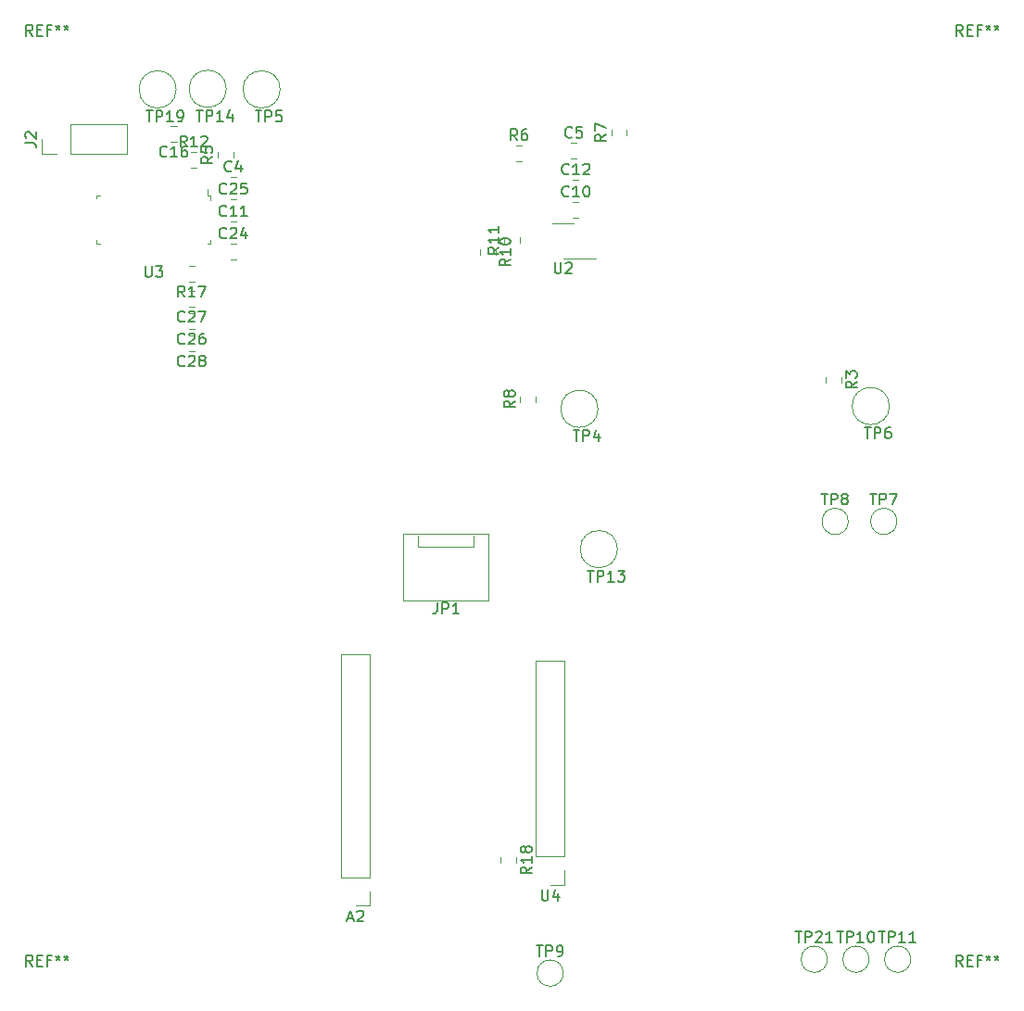
<source format=gbr>
G04 #@! TF.GenerationSoftware,KiCad,Pcbnew,(5.0.1)-3*
G04 #@! TF.CreationDate,2018-11-21T00:41:34-05:00*
G04 #@! TF.ProjectId,SMA_Driver_V1,534D415F4472697665725F56312E6B69,rev?*
G04 #@! TF.SameCoordinates,Original*
G04 #@! TF.FileFunction,Legend,Top*
G04 #@! TF.FilePolarity,Positive*
%FSLAX46Y46*%
G04 Gerber Fmt 4.6, Leading zero omitted, Abs format (unit mm)*
G04 Created by KiCad (PCBNEW (5.0.1)-3) date 11/21/2018 00:41:34*
%MOMM*%
%LPD*%
G01*
G04 APERTURE LIST*
%ADD10C,0.120000*%
%ADD11C,0.100000*%
%ADD12C,0.150000*%
G04 APERTURE END LIST*
D10*
G04 #@! TO.C,TP21*
X75291800Y-84328000D02*
G75*
G03X75291800Y-84328000I-1200000J0D01*
G01*
G04 #@! TO.C,J2*
X3546800Y-10728000D02*
X3546800Y-9398000D01*
X4876800Y-10728000D02*
X3546800Y-10728000D01*
X6146800Y-10728000D02*
X6146800Y-8068000D01*
X6146800Y-8068000D02*
X11286800Y-8068000D01*
X6146800Y-10728000D02*
X11286800Y-10728000D01*
X11286800Y-10728000D02*
X11286800Y-8068000D01*
G04 #@! TO.C,C11*
X20744548Y-18363000D02*
X21267052Y-18363000D01*
X20744548Y-16943000D02*
X21267052Y-16943000D01*
G04 #@! TO.C,C28*
X17457052Y-28777000D02*
X16934548Y-28777000D01*
X17457052Y-27357000D02*
X16934548Y-27357000D01*
G04 #@! TO.C,C4*
X20744548Y-12879000D02*
X21267052Y-12879000D01*
X20744548Y-14299000D02*
X21267052Y-14299000D01*
G04 #@! TO.C,C5*
X51859548Y-11187500D02*
X52382052Y-11187500D01*
X51859548Y-9767500D02*
X52382052Y-9767500D01*
G04 #@! TO.C,C10*
X52037348Y-15165000D02*
X52559852Y-15165000D01*
X52037348Y-16585000D02*
X52559852Y-16585000D01*
G04 #@! TO.C,C12*
X52037348Y-14553000D02*
X52559852Y-14553000D01*
X52037348Y-13133000D02*
X52559852Y-13133000D01*
G04 #@! TO.C,C16*
X15831452Y-8218100D02*
X15308948Y-8218100D01*
X15831452Y-9638100D02*
X15308948Y-9638100D01*
G04 #@! TO.C,C24*
X20744548Y-18975000D02*
X21267052Y-18975000D01*
X20744548Y-20395000D02*
X21267052Y-20395000D01*
G04 #@! TO.C,C25*
X20744548Y-16331000D02*
X21267052Y-16331000D01*
X20744548Y-14911000D02*
X21267052Y-14911000D01*
G04 #@! TO.C,C26*
X17457052Y-25325000D02*
X16934548Y-25325000D01*
X17457052Y-26745000D02*
X16934548Y-26745000D01*
G04 #@! TO.C,C27*
X17457052Y-24713000D02*
X16934548Y-24713000D01*
X17457052Y-23293000D02*
X16934548Y-23293000D01*
G04 #@! TO.C,JP1*
X44326800Y-45495000D02*
X44326800Y-51545000D01*
X44326800Y-51545000D02*
X36526800Y-51545000D01*
X36526800Y-51545000D02*
X36526800Y-45495000D01*
X36526800Y-45495000D02*
X44326800Y-45495000D01*
X42976800Y-45595000D02*
X42976800Y-46605000D01*
X42976800Y-46605000D02*
X37896800Y-46605000D01*
X37896800Y-46605000D02*
X37896800Y-45595000D01*
G04 #@! TO.C,R3*
X75159800Y-31110422D02*
X75159800Y-31627578D01*
X76579800Y-31110422D02*
X76579800Y-31627578D01*
G04 #@! TO.C,R5*
X21004600Y-11104378D02*
X21004600Y-10587222D01*
X19584600Y-11104378D02*
X19584600Y-10587222D01*
G04 #@! TO.C,R6*
X46858422Y-11403400D02*
X47375578Y-11403400D01*
X46858422Y-9983400D02*
X47375578Y-9983400D01*
G04 #@! TO.C,R7*
X56971000Y-9072378D02*
X56971000Y-8555222D01*
X55551000Y-9072378D02*
X55551000Y-8555222D01*
G04 #@! TO.C,R8*
X47219800Y-33405578D02*
X47219800Y-32888422D01*
X48639800Y-33405578D02*
X48639800Y-32888422D01*
G04 #@! TO.C,R10*
X44956800Y-19451822D02*
X44956800Y-19968978D01*
X43536800Y-19451822D02*
X43536800Y-19968978D01*
G04 #@! TO.C,R11*
X45772000Y-18902178D02*
X45772000Y-18385022D01*
X47192000Y-18902178D02*
X47192000Y-18385022D01*
G04 #@! TO.C,R12*
X17140422Y-12013000D02*
X17657578Y-12013000D01*
X17140422Y-10593000D02*
X17657578Y-10593000D01*
G04 #@! TO.C,R17*
X17454378Y-22427000D02*
X16937222Y-22427000D01*
X17454378Y-21007000D02*
X16937222Y-21007000D01*
G04 #@! TO.C,R18*
X46861800Y-75003922D02*
X46861800Y-75521078D01*
X45441800Y-75003922D02*
X45441800Y-75521078D01*
G04 #@! TO.C,TP4*
X54328800Y-34036000D02*
G75*
G03X54328800Y-34036000I-1700000J0D01*
G01*
G04 #@! TO.C,TP5*
X25296600Y-4851400D02*
G75*
G03X25296600Y-4851400I-1700000J0D01*
G01*
G04 #@! TO.C,TP6*
X80948000Y-33782000D02*
G75*
G03X80948000Y-33782000I-1700000J0D01*
G01*
G04 #@! TO.C,TP7*
X81641800Y-44323000D02*
G75*
G03X81641800Y-44323000I-1200000J0D01*
G01*
G04 #@! TO.C,TP8*
X77196800Y-44323000D02*
G75*
G03X77196800Y-44323000I-1200000J0D01*
G01*
G04 #@! TO.C,TP9*
X51161800Y-85598000D02*
G75*
G03X51161800Y-85598000I-1200000J0D01*
G01*
G04 #@! TO.C,TP10*
X79101800Y-84328000D02*
G75*
G03X79101800Y-84328000I-1200000J0D01*
G01*
G04 #@! TO.C,TP11*
X82911800Y-84328000D02*
G75*
G03X82911800Y-84328000I-1200000J0D01*
G01*
G04 #@! TO.C,TP13*
X56106800Y-46863000D02*
G75*
G03X56106800Y-46863000I-1700000J0D01*
G01*
G04 #@! TO.C,TP14*
X20369000Y-4800600D02*
G75*
G03X20369000Y-4800600I-1700000J0D01*
G01*
G04 #@! TO.C,U2*
X50130200Y-17074400D02*
X52130200Y-17074400D01*
X51130200Y-20314400D02*
X54130200Y-20314400D01*
D11*
G04 #@! TO.C,U3*
X8541400Y-18938600D02*
X8541400Y-18638600D01*
X8541400Y-18938600D02*
X8841400Y-18938600D01*
X18941400Y-18938600D02*
X18941400Y-18638600D01*
X8841400Y-14538600D02*
X8541400Y-14538600D01*
X8541400Y-14538600D02*
X8541400Y-14838600D01*
X18941400Y-14938600D02*
X18941400Y-14538600D01*
X18941400Y-14538600D02*
X18641400Y-14538600D01*
X18641400Y-14538600D02*
X18641400Y-13938600D01*
X18641400Y-18938600D02*
X18941400Y-18938600D01*
D10*
G04 #@! TO.C,U4*
X51291800Y-57090000D02*
X48631800Y-57090000D01*
X51291800Y-74930000D02*
X51291800Y-57090000D01*
X48631800Y-74930000D02*
X48631800Y-57090000D01*
X51291800Y-74930000D02*
X48631800Y-74930000D01*
X51291800Y-76200000D02*
X51291800Y-77530000D01*
X51291800Y-77530000D02*
X49961800Y-77530000D01*
G04 #@! TO.C,A2*
X33511800Y-56455000D02*
X30851800Y-56455000D01*
X33511800Y-76835000D02*
X33511800Y-56455000D01*
X30851800Y-76835000D02*
X30851800Y-56455000D01*
X33511800Y-76835000D02*
X30851800Y-76835000D01*
X33511800Y-78105000D02*
X33511800Y-79435000D01*
X33511800Y-79435000D02*
X32181800Y-79435000D01*
G04 #@! TO.C,TP19*
X15797000Y-4851400D02*
G75*
G03X15797000Y-4851400I-1700000J0D01*
G01*
G04 #@! TO.C,REF\002A\002A*
D12*
X87666666Y-84952380D02*
X87333333Y-84476190D01*
X87095238Y-84952380D02*
X87095238Y-83952380D01*
X87476190Y-83952380D01*
X87571428Y-84000000D01*
X87619047Y-84047619D01*
X87666666Y-84142857D01*
X87666666Y-84285714D01*
X87619047Y-84380952D01*
X87571428Y-84428571D01*
X87476190Y-84476190D01*
X87095238Y-84476190D01*
X88095238Y-84428571D02*
X88428571Y-84428571D01*
X88571428Y-84952380D02*
X88095238Y-84952380D01*
X88095238Y-83952380D01*
X88571428Y-83952380D01*
X89333333Y-84428571D02*
X89000000Y-84428571D01*
X89000000Y-84952380D02*
X89000000Y-83952380D01*
X89476190Y-83952380D01*
X90000000Y-83952380D02*
X90000000Y-84190476D01*
X89761904Y-84095238D02*
X90000000Y-84190476D01*
X90238095Y-84095238D01*
X89857142Y-84380952D02*
X90000000Y-84190476D01*
X90142857Y-84380952D01*
X90761904Y-83952380D02*
X90761904Y-84190476D01*
X90523809Y-84095238D02*
X90761904Y-84190476D01*
X91000000Y-84095238D01*
X90619047Y-84380952D02*
X90761904Y-84190476D01*
X90904761Y-84380952D01*
X2666666Y-84952380D02*
X2333333Y-84476190D01*
X2095238Y-84952380D02*
X2095238Y-83952380D01*
X2476190Y-83952380D01*
X2571428Y-84000000D01*
X2619047Y-84047619D01*
X2666666Y-84142857D01*
X2666666Y-84285714D01*
X2619047Y-84380952D01*
X2571428Y-84428571D01*
X2476190Y-84476190D01*
X2095238Y-84476190D01*
X3095238Y-84428571D02*
X3428571Y-84428571D01*
X3571428Y-84952380D02*
X3095238Y-84952380D01*
X3095238Y-83952380D01*
X3571428Y-83952380D01*
X4333333Y-84428571D02*
X3999999Y-84428571D01*
X3999999Y-84952380D02*
X3999999Y-83952380D01*
X4476190Y-83952380D01*
X5000000Y-83952380D02*
X5000000Y-84190476D01*
X4761904Y-84095238D02*
X5000000Y-84190476D01*
X5238095Y-84095238D01*
X4857142Y-84380952D02*
X5000000Y-84190476D01*
X5142857Y-84380952D01*
X5761904Y-83952380D02*
X5761904Y-84190476D01*
X5523809Y-84095238D02*
X5761904Y-84190476D01*
X6000000Y-84095238D01*
X5619047Y-84380952D02*
X5761904Y-84190476D01*
X5904761Y-84380952D01*
X2666666Y47619D02*
X2333333Y523809D01*
X2095238Y47619D02*
X2095238Y1047619D01*
X2476190Y1047619D01*
X2571428Y1000000D01*
X2619047Y952380D01*
X2666666Y857142D01*
X2666666Y714285D01*
X2619047Y619047D01*
X2571428Y571428D01*
X2476190Y523809D01*
X2095238Y523809D01*
X3095238Y571428D02*
X3428571Y571428D01*
X3571428Y47619D02*
X3095238Y47619D01*
X3095238Y1047619D01*
X3571428Y1047619D01*
X4333333Y571428D02*
X3999999Y571428D01*
X3999999Y47619D02*
X3999999Y1047619D01*
X4476190Y1047619D01*
X5000000Y1047619D02*
X5000000Y809523D01*
X4761904Y904761D02*
X5000000Y809523D01*
X5238095Y904761D01*
X4857142Y619047D02*
X5000000Y809523D01*
X5142857Y619047D01*
X5761904Y1047619D02*
X5761904Y809523D01*
X5523809Y904761D02*
X5761904Y809523D01*
X6000000Y904761D01*
X5619047Y619047D02*
X5761904Y809523D01*
X5904761Y619047D01*
G04 #@! TO.C,TP21*
X72353704Y-81782380D02*
X72925133Y-81782380D01*
X72639419Y-82782380D02*
X72639419Y-81782380D01*
X73258466Y-82782380D02*
X73258466Y-81782380D01*
X73639419Y-81782380D01*
X73734657Y-81830000D01*
X73782276Y-81877619D01*
X73829895Y-81972857D01*
X73829895Y-82115714D01*
X73782276Y-82210952D01*
X73734657Y-82258571D01*
X73639419Y-82306190D01*
X73258466Y-82306190D01*
X74210847Y-81877619D02*
X74258466Y-81830000D01*
X74353704Y-81782380D01*
X74591800Y-81782380D01*
X74687038Y-81830000D01*
X74734657Y-81877619D01*
X74782276Y-81972857D01*
X74782276Y-82068095D01*
X74734657Y-82210952D01*
X74163228Y-82782380D01*
X74782276Y-82782380D01*
X75734657Y-82782380D02*
X75163228Y-82782380D01*
X75448942Y-82782380D02*
X75448942Y-81782380D01*
X75353704Y-81925238D01*
X75258466Y-82020476D01*
X75163228Y-82068095D01*
G04 #@! TO.C,J2*
X1999180Y-9731333D02*
X2713466Y-9731333D01*
X2856323Y-9778952D01*
X2951561Y-9874190D01*
X2999180Y-10017047D01*
X2999180Y-10112285D01*
X2094419Y-9302761D02*
X2046800Y-9255142D01*
X1999180Y-9159904D01*
X1999180Y-8921809D01*
X2046800Y-8826571D01*
X2094419Y-8778952D01*
X2189657Y-8731333D01*
X2284895Y-8731333D01*
X2427752Y-8778952D01*
X2999180Y-9350380D01*
X2999180Y-8731333D01*
G04 #@! TO.C,C11*
X20362942Y-16360142D02*
X20315323Y-16407761D01*
X20172466Y-16455380D01*
X20077228Y-16455380D01*
X19934371Y-16407761D01*
X19839133Y-16312523D01*
X19791514Y-16217285D01*
X19743895Y-16026809D01*
X19743895Y-15883952D01*
X19791514Y-15693476D01*
X19839133Y-15598238D01*
X19934371Y-15503000D01*
X20077228Y-15455380D01*
X20172466Y-15455380D01*
X20315323Y-15503000D01*
X20362942Y-15550619D01*
X21315323Y-16455380D02*
X20743895Y-16455380D01*
X21029609Y-16455380D02*
X21029609Y-15455380D01*
X20934371Y-15598238D01*
X20839133Y-15693476D01*
X20743895Y-15741095D01*
X22267704Y-16455380D02*
X21696276Y-16455380D01*
X21981990Y-16455380D02*
X21981990Y-15455380D01*
X21886752Y-15598238D01*
X21791514Y-15693476D01*
X21696276Y-15741095D01*
G04 #@! TO.C,C28*
X16552942Y-30074142D02*
X16505323Y-30121761D01*
X16362466Y-30169380D01*
X16267228Y-30169380D01*
X16124371Y-30121761D01*
X16029133Y-30026523D01*
X15981514Y-29931285D01*
X15933895Y-29740809D01*
X15933895Y-29597952D01*
X15981514Y-29407476D01*
X16029133Y-29312238D01*
X16124371Y-29217000D01*
X16267228Y-29169380D01*
X16362466Y-29169380D01*
X16505323Y-29217000D01*
X16552942Y-29264619D01*
X16933895Y-29264619D02*
X16981514Y-29217000D01*
X17076752Y-29169380D01*
X17314847Y-29169380D01*
X17410085Y-29217000D01*
X17457704Y-29264619D01*
X17505323Y-29359857D01*
X17505323Y-29455095D01*
X17457704Y-29597952D01*
X16886276Y-30169380D01*
X17505323Y-30169380D01*
X18076752Y-29597952D02*
X17981514Y-29550333D01*
X17933895Y-29502714D01*
X17886276Y-29407476D01*
X17886276Y-29359857D01*
X17933895Y-29264619D01*
X17981514Y-29217000D01*
X18076752Y-29169380D01*
X18267228Y-29169380D01*
X18362466Y-29217000D01*
X18410085Y-29264619D01*
X18457704Y-29359857D01*
X18457704Y-29407476D01*
X18410085Y-29502714D01*
X18362466Y-29550333D01*
X18267228Y-29597952D01*
X18076752Y-29597952D01*
X17981514Y-29645571D01*
X17933895Y-29693190D01*
X17886276Y-29788428D01*
X17886276Y-29978904D01*
X17933895Y-30074142D01*
X17981514Y-30121761D01*
X18076752Y-30169380D01*
X18267228Y-30169380D01*
X18362466Y-30121761D01*
X18410085Y-30074142D01*
X18457704Y-29978904D01*
X18457704Y-29788428D01*
X18410085Y-29693190D01*
X18362466Y-29645571D01*
X18267228Y-29597952D01*
G04 #@! TO.C,C4*
X20839133Y-12296142D02*
X20791514Y-12343761D01*
X20648657Y-12391380D01*
X20553419Y-12391380D01*
X20410561Y-12343761D01*
X20315323Y-12248523D01*
X20267704Y-12153285D01*
X20220085Y-11962809D01*
X20220085Y-11819952D01*
X20267704Y-11629476D01*
X20315323Y-11534238D01*
X20410561Y-11439000D01*
X20553419Y-11391380D01*
X20648657Y-11391380D01*
X20791514Y-11439000D01*
X20839133Y-11486619D01*
X21696276Y-11724714D02*
X21696276Y-12391380D01*
X21458180Y-11343761D02*
X21220085Y-12058047D01*
X21839133Y-12058047D01*
G04 #@! TO.C,C5*
X51954133Y-9184642D02*
X51906514Y-9232261D01*
X51763657Y-9279880D01*
X51668419Y-9279880D01*
X51525561Y-9232261D01*
X51430323Y-9137023D01*
X51382704Y-9041785D01*
X51335085Y-8851309D01*
X51335085Y-8708452D01*
X51382704Y-8517976D01*
X51430323Y-8422738D01*
X51525561Y-8327500D01*
X51668419Y-8279880D01*
X51763657Y-8279880D01*
X51906514Y-8327500D01*
X51954133Y-8375119D01*
X52858895Y-8279880D02*
X52382704Y-8279880D01*
X52335085Y-8756071D01*
X52382704Y-8708452D01*
X52477942Y-8660833D01*
X52716038Y-8660833D01*
X52811276Y-8708452D01*
X52858895Y-8756071D01*
X52906514Y-8851309D01*
X52906514Y-9089404D01*
X52858895Y-9184642D01*
X52811276Y-9232261D01*
X52716038Y-9279880D01*
X52477942Y-9279880D01*
X52382704Y-9232261D01*
X52335085Y-9184642D01*
G04 #@! TO.C,C10*
X51655742Y-14582142D02*
X51608123Y-14629761D01*
X51465266Y-14677380D01*
X51370028Y-14677380D01*
X51227171Y-14629761D01*
X51131933Y-14534523D01*
X51084314Y-14439285D01*
X51036695Y-14248809D01*
X51036695Y-14105952D01*
X51084314Y-13915476D01*
X51131933Y-13820238D01*
X51227171Y-13725000D01*
X51370028Y-13677380D01*
X51465266Y-13677380D01*
X51608123Y-13725000D01*
X51655742Y-13772619D01*
X52608123Y-14677380D02*
X52036695Y-14677380D01*
X52322409Y-14677380D02*
X52322409Y-13677380D01*
X52227171Y-13820238D01*
X52131933Y-13915476D01*
X52036695Y-13963095D01*
X53227171Y-13677380D02*
X53322409Y-13677380D01*
X53417647Y-13725000D01*
X53465266Y-13772619D01*
X53512885Y-13867857D01*
X53560504Y-14058333D01*
X53560504Y-14296428D01*
X53512885Y-14486904D01*
X53465266Y-14582142D01*
X53417647Y-14629761D01*
X53322409Y-14677380D01*
X53227171Y-14677380D01*
X53131933Y-14629761D01*
X53084314Y-14582142D01*
X53036695Y-14486904D01*
X52989076Y-14296428D01*
X52989076Y-14058333D01*
X53036695Y-13867857D01*
X53084314Y-13772619D01*
X53131933Y-13725000D01*
X53227171Y-13677380D01*
G04 #@! TO.C,C12*
X51655742Y-12550142D02*
X51608123Y-12597761D01*
X51465266Y-12645380D01*
X51370028Y-12645380D01*
X51227171Y-12597761D01*
X51131933Y-12502523D01*
X51084314Y-12407285D01*
X51036695Y-12216809D01*
X51036695Y-12073952D01*
X51084314Y-11883476D01*
X51131933Y-11788238D01*
X51227171Y-11693000D01*
X51370028Y-11645380D01*
X51465266Y-11645380D01*
X51608123Y-11693000D01*
X51655742Y-11740619D01*
X52608123Y-12645380D02*
X52036695Y-12645380D01*
X52322409Y-12645380D02*
X52322409Y-11645380D01*
X52227171Y-11788238D01*
X52131933Y-11883476D01*
X52036695Y-11931095D01*
X52989076Y-11740619D02*
X53036695Y-11693000D01*
X53131933Y-11645380D01*
X53370028Y-11645380D01*
X53465266Y-11693000D01*
X53512885Y-11740619D01*
X53560504Y-11835857D01*
X53560504Y-11931095D01*
X53512885Y-12073952D01*
X52941457Y-12645380D01*
X53560504Y-12645380D01*
G04 #@! TO.C,C16*
X14927342Y-10935242D02*
X14879723Y-10982861D01*
X14736866Y-11030480D01*
X14641628Y-11030480D01*
X14498771Y-10982861D01*
X14403533Y-10887623D01*
X14355914Y-10792385D01*
X14308295Y-10601909D01*
X14308295Y-10459052D01*
X14355914Y-10268576D01*
X14403533Y-10173338D01*
X14498771Y-10078100D01*
X14641628Y-10030480D01*
X14736866Y-10030480D01*
X14879723Y-10078100D01*
X14927342Y-10125719D01*
X15879723Y-11030480D02*
X15308295Y-11030480D01*
X15594009Y-11030480D02*
X15594009Y-10030480D01*
X15498771Y-10173338D01*
X15403533Y-10268576D01*
X15308295Y-10316195D01*
X16736866Y-10030480D02*
X16546390Y-10030480D01*
X16451152Y-10078100D01*
X16403533Y-10125719D01*
X16308295Y-10268576D01*
X16260676Y-10459052D01*
X16260676Y-10840004D01*
X16308295Y-10935242D01*
X16355914Y-10982861D01*
X16451152Y-11030480D01*
X16641628Y-11030480D01*
X16736866Y-10982861D01*
X16784485Y-10935242D01*
X16832104Y-10840004D01*
X16832104Y-10601909D01*
X16784485Y-10506671D01*
X16736866Y-10459052D01*
X16641628Y-10411433D01*
X16451152Y-10411433D01*
X16355914Y-10459052D01*
X16308295Y-10506671D01*
X16260676Y-10601909D01*
G04 #@! TO.C,C24*
X20362942Y-18392142D02*
X20315323Y-18439761D01*
X20172466Y-18487380D01*
X20077228Y-18487380D01*
X19934371Y-18439761D01*
X19839133Y-18344523D01*
X19791514Y-18249285D01*
X19743895Y-18058809D01*
X19743895Y-17915952D01*
X19791514Y-17725476D01*
X19839133Y-17630238D01*
X19934371Y-17535000D01*
X20077228Y-17487380D01*
X20172466Y-17487380D01*
X20315323Y-17535000D01*
X20362942Y-17582619D01*
X20743895Y-17582619D02*
X20791514Y-17535000D01*
X20886752Y-17487380D01*
X21124847Y-17487380D01*
X21220085Y-17535000D01*
X21267704Y-17582619D01*
X21315323Y-17677857D01*
X21315323Y-17773095D01*
X21267704Y-17915952D01*
X20696276Y-18487380D01*
X21315323Y-18487380D01*
X22172466Y-17820714D02*
X22172466Y-18487380D01*
X21934371Y-17439761D02*
X21696276Y-18154047D01*
X22315323Y-18154047D01*
G04 #@! TO.C,C25*
X20362942Y-14328142D02*
X20315323Y-14375761D01*
X20172466Y-14423380D01*
X20077228Y-14423380D01*
X19934371Y-14375761D01*
X19839133Y-14280523D01*
X19791514Y-14185285D01*
X19743895Y-13994809D01*
X19743895Y-13851952D01*
X19791514Y-13661476D01*
X19839133Y-13566238D01*
X19934371Y-13471000D01*
X20077228Y-13423380D01*
X20172466Y-13423380D01*
X20315323Y-13471000D01*
X20362942Y-13518619D01*
X20743895Y-13518619D02*
X20791514Y-13471000D01*
X20886752Y-13423380D01*
X21124847Y-13423380D01*
X21220085Y-13471000D01*
X21267704Y-13518619D01*
X21315323Y-13613857D01*
X21315323Y-13709095D01*
X21267704Y-13851952D01*
X20696276Y-14423380D01*
X21315323Y-14423380D01*
X22220085Y-13423380D02*
X21743895Y-13423380D01*
X21696276Y-13899571D01*
X21743895Y-13851952D01*
X21839133Y-13804333D01*
X22077228Y-13804333D01*
X22172466Y-13851952D01*
X22220085Y-13899571D01*
X22267704Y-13994809D01*
X22267704Y-14232904D01*
X22220085Y-14328142D01*
X22172466Y-14375761D01*
X22077228Y-14423380D01*
X21839133Y-14423380D01*
X21743895Y-14375761D01*
X21696276Y-14328142D01*
G04 #@! TO.C,C26*
X16552942Y-28042142D02*
X16505323Y-28089761D01*
X16362466Y-28137380D01*
X16267228Y-28137380D01*
X16124371Y-28089761D01*
X16029133Y-27994523D01*
X15981514Y-27899285D01*
X15933895Y-27708809D01*
X15933895Y-27565952D01*
X15981514Y-27375476D01*
X16029133Y-27280238D01*
X16124371Y-27185000D01*
X16267228Y-27137380D01*
X16362466Y-27137380D01*
X16505323Y-27185000D01*
X16552942Y-27232619D01*
X16933895Y-27232619D02*
X16981514Y-27185000D01*
X17076752Y-27137380D01*
X17314847Y-27137380D01*
X17410085Y-27185000D01*
X17457704Y-27232619D01*
X17505323Y-27327857D01*
X17505323Y-27423095D01*
X17457704Y-27565952D01*
X16886276Y-28137380D01*
X17505323Y-28137380D01*
X18362466Y-27137380D02*
X18171990Y-27137380D01*
X18076752Y-27185000D01*
X18029133Y-27232619D01*
X17933895Y-27375476D01*
X17886276Y-27565952D01*
X17886276Y-27946904D01*
X17933895Y-28042142D01*
X17981514Y-28089761D01*
X18076752Y-28137380D01*
X18267228Y-28137380D01*
X18362466Y-28089761D01*
X18410085Y-28042142D01*
X18457704Y-27946904D01*
X18457704Y-27708809D01*
X18410085Y-27613571D01*
X18362466Y-27565952D01*
X18267228Y-27518333D01*
X18076752Y-27518333D01*
X17981514Y-27565952D01*
X17933895Y-27613571D01*
X17886276Y-27708809D01*
G04 #@! TO.C,C27*
X16552942Y-26010142D02*
X16505323Y-26057761D01*
X16362466Y-26105380D01*
X16267228Y-26105380D01*
X16124371Y-26057761D01*
X16029133Y-25962523D01*
X15981514Y-25867285D01*
X15933895Y-25676809D01*
X15933895Y-25533952D01*
X15981514Y-25343476D01*
X16029133Y-25248238D01*
X16124371Y-25153000D01*
X16267228Y-25105380D01*
X16362466Y-25105380D01*
X16505323Y-25153000D01*
X16552942Y-25200619D01*
X16933895Y-25200619D02*
X16981514Y-25153000D01*
X17076752Y-25105380D01*
X17314847Y-25105380D01*
X17410085Y-25153000D01*
X17457704Y-25200619D01*
X17505323Y-25295857D01*
X17505323Y-25391095D01*
X17457704Y-25533952D01*
X16886276Y-26105380D01*
X17505323Y-26105380D01*
X17838657Y-25105380D02*
X18505323Y-25105380D01*
X18076752Y-26105380D01*
G04 #@! TO.C,JP1*
X39643466Y-51747380D02*
X39643466Y-52461666D01*
X39595847Y-52604523D01*
X39500609Y-52699761D01*
X39357752Y-52747380D01*
X39262514Y-52747380D01*
X40119657Y-52747380D02*
X40119657Y-51747380D01*
X40500609Y-51747380D01*
X40595847Y-51795000D01*
X40643466Y-51842619D01*
X40691085Y-51937857D01*
X40691085Y-52080714D01*
X40643466Y-52175952D01*
X40595847Y-52223571D01*
X40500609Y-52271190D01*
X40119657Y-52271190D01*
X41643466Y-52747380D02*
X41072038Y-52747380D01*
X41357752Y-52747380D02*
X41357752Y-51747380D01*
X41262514Y-51890238D01*
X41167276Y-51985476D01*
X41072038Y-52033095D01*
G04 #@! TO.C,R3*
X77972180Y-31535666D02*
X77495990Y-31869000D01*
X77972180Y-32107095D02*
X76972180Y-32107095D01*
X76972180Y-31726142D01*
X77019800Y-31630904D01*
X77067419Y-31583285D01*
X77162657Y-31535666D01*
X77305514Y-31535666D01*
X77400752Y-31583285D01*
X77448371Y-31630904D01*
X77495990Y-31726142D01*
X77495990Y-32107095D01*
X76972180Y-31202333D02*
X76972180Y-30583285D01*
X77353133Y-30916619D01*
X77353133Y-30773761D01*
X77400752Y-30678523D01*
X77448371Y-30630904D01*
X77543609Y-30583285D01*
X77781704Y-30583285D01*
X77876942Y-30630904D01*
X77924561Y-30678523D01*
X77972180Y-30773761D01*
X77972180Y-31059476D01*
X77924561Y-31154714D01*
X77876942Y-31202333D01*
G04 #@! TO.C,R5*
X19096980Y-11012466D02*
X18620790Y-11345800D01*
X19096980Y-11583895D02*
X18096980Y-11583895D01*
X18096980Y-11202942D01*
X18144600Y-11107704D01*
X18192219Y-11060085D01*
X18287457Y-11012466D01*
X18430314Y-11012466D01*
X18525552Y-11060085D01*
X18573171Y-11107704D01*
X18620790Y-11202942D01*
X18620790Y-11583895D01*
X18096980Y-10107704D02*
X18096980Y-10583895D01*
X18573171Y-10631514D01*
X18525552Y-10583895D01*
X18477933Y-10488657D01*
X18477933Y-10250561D01*
X18525552Y-10155323D01*
X18573171Y-10107704D01*
X18668409Y-10060085D01*
X18906504Y-10060085D01*
X19001742Y-10107704D01*
X19049361Y-10155323D01*
X19096980Y-10250561D01*
X19096980Y-10488657D01*
X19049361Y-10583895D01*
X19001742Y-10631514D01*
G04 #@! TO.C,R6*
X46950333Y-9495780D02*
X46617000Y-9019590D01*
X46378904Y-9495780D02*
X46378904Y-8495780D01*
X46759857Y-8495780D01*
X46855095Y-8543400D01*
X46902714Y-8591019D01*
X46950333Y-8686257D01*
X46950333Y-8829114D01*
X46902714Y-8924352D01*
X46855095Y-8971971D01*
X46759857Y-9019590D01*
X46378904Y-9019590D01*
X47807476Y-8495780D02*
X47617000Y-8495780D01*
X47521761Y-8543400D01*
X47474142Y-8591019D01*
X47378904Y-8733876D01*
X47331285Y-8924352D01*
X47331285Y-9305304D01*
X47378904Y-9400542D01*
X47426523Y-9448161D01*
X47521761Y-9495780D01*
X47712238Y-9495780D01*
X47807476Y-9448161D01*
X47855095Y-9400542D01*
X47902714Y-9305304D01*
X47902714Y-9067209D01*
X47855095Y-8971971D01*
X47807476Y-8924352D01*
X47712238Y-8876733D01*
X47521761Y-8876733D01*
X47426523Y-8924352D01*
X47378904Y-8971971D01*
X47331285Y-9067209D01*
G04 #@! TO.C,R7*
X55063380Y-8980466D02*
X54587190Y-9313800D01*
X55063380Y-9551895D02*
X54063380Y-9551895D01*
X54063380Y-9170942D01*
X54111000Y-9075704D01*
X54158619Y-9028085D01*
X54253857Y-8980466D01*
X54396714Y-8980466D01*
X54491952Y-9028085D01*
X54539571Y-9075704D01*
X54587190Y-9170942D01*
X54587190Y-9551895D01*
X54063380Y-8647133D02*
X54063380Y-7980466D01*
X55063380Y-8409038D01*
G04 #@! TO.C,R8*
X46732180Y-33313666D02*
X46255990Y-33647000D01*
X46732180Y-33885095D02*
X45732180Y-33885095D01*
X45732180Y-33504142D01*
X45779800Y-33408904D01*
X45827419Y-33361285D01*
X45922657Y-33313666D01*
X46065514Y-33313666D01*
X46160752Y-33361285D01*
X46208371Y-33408904D01*
X46255990Y-33504142D01*
X46255990Y-33885095D01*
X46160752Y-32742238D02*
X46113133Y-32837476D01*
X46065514Y-32885095D01*
X45970276Y-32932714D01*
X45922657Y-32932714D01*
X45827419Y-32885095D01*
X45779800Y-32837476D01*
X45732180Y-32742238D01*
X45732180Y-32551761D01*
X45779800Y-32456523D01*
X45827419Y-32408904D01*
X45922657Y-32361285D01*
X45970276Y-32361285D01*
X46065514Y-32408904D01*
X46113133Y-32456523D01*
X46160752Y-32551761D01*
X46160752Y-32742238D01*
X46208371Y-32837476D01*
X46255990Y-32885095D01*
X46351228Y-32932714D01*
X46541704Y-32932714D01*
X46636942Y-32885095D01*
X46684561Y-32837476D01*
X46732180Y-32742238D01*
X46732180Y-32551761D01*
X46684561Y-32456523D01*
X46636942Y-32408904D01*
X46541704Y-32361285D01*
X46351228Y-32361285D01*
X46255990Y-32408904D01*
X46208371Y-32456523D01*
X46160752Y-32551761D01*
G04 #@! TO.C,R10*
X46349180Y-20353257D02*
X45872990Y-20686590D01*
X46349180Y-20924685D02*
X45349180Y-20924685D01*
X45349180Y-20543733D01*
X45396800Y-20448495D01*
X45444419Y-20400876D01*
X45539657Y-20353257D01*
X45682514Y-20353257D01*
X45777752Y-20400876D01*
X45825371Y-20448495D01*
X45872990Y-20543733D01*
X45872990Y-20924685D01*
X46349180Y-19400876D02*
X46349180Y-19972304D01*
X46349180Y-19686590D02*
X45349180Y-19686590D01*
X45492038Y-19781828D01*
X45587276Y-19877066D01*
X45634895Y-19972304D01*
X45349180Y-18781828D02*
X45349180Y-18686590D01*
X45396800Y-18591352D01*
X45444419Y-18543733D01*
X45539657Y-18496114D01*
X45730133Y-18448495D01*
X45968228Y-18448495D01*
X46158704Y-18496114D01*
X46253942Y-18543733D01*
X46301561Y-18591352D01*
X46349180Y-18686590D01*
X46349180Y-18781828D01*
X46301561Y-18877066D01*
X46253942Y-18924685D01*
X46158704Y-18972304D01*
X45968228Y-19019923D01*
X45730133Y-19019923D01*
X45539657Y-18972304D01*
X45444419Y-18924685D01*
X45396800Y-18877066D01*
X45349180Y-18781828D01*
G04 #@! TO.C,R11*
X45284380Y-19286457D02*
X44808190Y-19619790D01*
X45284380Y-19857885D02*
X44284380Y-19857885D01*
X44284380Y-19476933D01*
X44332000Y-19381695D01*
X44379619Y-19334076D01*
X44474857Y-19286457D01*
X44617714Y-19286457D01*
X44712952Y-19334076D01*
X44760571Y-19381695D01*
X44808190Y-19476933D01*
X44808190Y-19857885D01*
X45284380Y-18334076D02*
X45284380Y-18905504D01*
X45284380Y-18619790D02*
X44284380Y-18619790D01*
X44427238Y-18715028D01*
X44522476Y-18810266D01*
X44570095Y-18905504D01*
X45284380Y-17381695D02*
X45284380Y-17953123D01*
X45284380Y-17667409D02*
X44284380Y-17667409D01*
X44427238Y-17762647D01*
X44522476Y-17857885D01*
X44570095Y-17953123D01*
G04 #@! TO.C,R12*
X16756142Y-10105380D02*
X16422809Y-9629190D01*
X16184714Y-10105380D02*
X16184714Y-9105380D01*
X16565666Y-9105380D01*
X16660904Y-9153000D01*
X16708523Y-9200619D01*
X16756142Y-9295857D01*
X16756142Y-9438714D01*
X16708523Y-9533952D01*
X16660904Y-9581571D01*
X16565666Y-9629190D01*
X16184714Y-9629190D01*
X17708523Y-10105380D02*
X17137095Y-10105380D01*
X17422809Y-10105380D02*
X17422809Y-9105380D01*
X17327571Y-9248238D01*
X17232333Y-9343476D01*
X17137095Y-9391095D01*
X18089476Y-9200619D02*
X18137095Y-9153000D01*
X18232333Y-9105380D01*
X18470428Y-9105380D01*
X18565666Y-9153000D01*
X18613285Y-9200619D01*
X18660904Y-9295857D01*
X18660904Y-9391095D01*
X18613285Y-9533952D01*
X18041857Y-10105380D01*
X18660904Y-10105380D01*
G04 #@! TO.C,R17*
X16552942Y-23819380D02*
X16219609Y-23343190D01*
X15981514Y-23819380D02*
X15981514Y-22819380D01*
X16362466Y-22819380D01*
X16457704Y-22867000D01*
X16505323Y-22914619D01*
X16552942Y-23009857D01*
X16552942Y-23152714D01*
X16505323Y-23247952D01*
X16457704Y-23295571D01*
X16362466Y-23343190D01*
X15981514Y-23343190D01*
X17505323Y-23819380D02*
X16933895Y-23819380D01*
X17219609Y-23819380D02*
X17219609Y-22819380D01*
X17124371Y-22962238D01*
X17029133Y-23057476D01*
X16933895Y-23105095D01*
X17838657Y-22819380D02*
X18505323Y-22819380D01*
X18076752Y-23819380D01*
G04 #@! TO.C,R18*
X48254180Y-75905357D02*
X47777990Y-76238690D01*
X48254180Y-76476785D02*
X47254180Y-76476785D01*
X47254180Y-76095833D01*
X47301800Y-76000595D01*
X47349419Y-75952976D01*
X47444657Y-75905357D01*
X47587514Y-75905357D01*
X47682752Y-75952976D01*
X47730371Y-76000595D01*
X47777990Y-76095833D01*
X47777990Y-76476785D01*
X48254180Y-74952976D02*
X48254180Y-75524404D01*
X48254180Y-75238690D02*
X47254180Y-75238690D01*
X47397038Y-75333928D01*
X47492276Y-75429166D01*
X47539895Y-75524404D01*
X47682752Y-74381547D02*
X47635133Y-74476785D01*
X47587514Y-74524404D01*
X47492276Y-74572023D01*
X47444657Y-74572023D01*
X47349419Y-74524404D01*
X47301800Y-74476785D01*
X47254180Y-74381547D01*
X47254180Y-74191071D01*
X47301800Y-74095833D01*
X47349419Y-74048214D01*
X47444657Y-74000595D01*
X47492276Y-74000595D01*
X47587514Y-74048214D01*
X47635133Y-74095833D01*
X47682752Y-74191071D01*
X47682752Y-74381547D01*
X47730371Y-74476785D01*
X47777990Y-74524404D01*
X47873228Y-74572023D01*
X48063704Y-74572023D01*
X48158942Y-74524404D01*
X48206561Y-74476785D01*
X48254180Y-74381547D01*
X48254180Y-74191071D01*
X48206561Y-74095833D01*
X48158942Y-74048214D01*
X48063704Y-74000595D01*
X47873228Y-74000595D01*
X47777990Y-74048214D01*
X47730371Y-74095833D01*
X47682752Y-74191071D01*
G04 #@! TO.C,TP4*
X52066895Y-35988380D02*
X52638323Y-35988380D01*
X52352609Y-36988380D02*
X52352609Y-35988380D01*
X52971657Y-36988380D02*
X52971657Y-35988380D01*
X53352609Y-35988380D01*
X53447847Y-36036000D01*
X53495466Y-36083619D01*
X53543085Y-36178857D01*
X53543085Y-36321714D01*
X53495466Y-36416952D01*
X53447847Y-36464571D01*
X53352609Y-36512190D01*
X52971657Y-36512190D01*
X54400228Y-36321714D02*
X54400228Y-36988380D01*
X54162133Y-35940761D02*
X53924038Y-36655047D01*
X54543085Y-36655047D01*
G04 #@! TO.C,TP5*
X23034695Y-6803780D02*
X23606123Y-6803780D01*
X23320409Y-7803780D02*
X23320409Y-6803780D01*
X23939457Y-7803780D02*
X23939457Y-6803780D01*
X24320409Y-6803780D01*
X24415647Y-6851400D01*
X24463266Y-6899019D01*
X24510885Y-6994257D01*
X24510885Y-7137114D01*
X24463266Y-7232352D01*
X24415647Y-7279971D01*
X24320409Y-7327590D01*
X23939457Y-7327590D01*
X25415647Y-6803780D02*
X24939457Y-6803780D01*
X24891838Y-7279971D01*
X24939457Y-7232352D01*
X25034695Y-7184733D01*
X25272790Y-7184733D01*
X25368028Y-7232352D01*
X25415647Y-7279971D01*
X25463266Y-7375209D01*
X25463266Y-7613304D01*
X25415647Y-7708542D01*
X25368028Y-7756161D01*
X25272790Y-7803780D01*
X25034695Y-7803780D01*
X24939457Y-7756161D01*
X24891838Y-7708542D01*
G04 #@! TO.C,TP6*
X78686095Y-35734380D02*
X79257523Y-35734380D01*
X78971809Y-36734380D02*
X78971809Y-35734380D01*
X79590857Y-36734380D02*
X79590857Y-35734380D01*
X79971809Y-35734380D01*
X80067047Y-35782000D01*
X80114666Y-35829619D01*
X80162285Y-35924857D01*
X80162285Y-36067714D01*
X80114666Y-36162952D01*
X80067047Y-36210571D01*
X79971809Y-36258190D01*
X79590857Y-36258190D01*
X81019428Y-35734380D02*
X80828952Y-35734380D01*
X80733714Y-35782000D01*
X80686095Y-35829619D01*
X80590857Y-35972476D01*
X80543238Y-36162952D01*
X80543238Y-36543904D01*
X80590857Y-36639142D01*
X80638476Y-36686761D01*
X80733714Y-36734380D01*
X80924190Y-36734380D01*
X81019428Y-36686761D01*
X81067047Y-36639142D01*
X81114666Y-36543904D01*
X81114666Y-36305809D01*
X81067047Y-36210571D01*
X81019428Y-36162952D01*
X80924190Y-36115333D01*
X80733714Y-36115333D01*
X80638476Y-36162952D01*
X80590857Y-36210571D01*
X80543238Y-36305809D01*
G04 #@! TO.C,TP7*
X79179895Y-41777380D02*
X79751323Y-41777380D01*
X79465609Y-42777380D02*
X79465609Y-41777380D01*
X80084657Y-42777380D02*
X80084657Y-41777380D01*
X80465609Y-41777380D01*
X80560847Y-41825000D01*
X80608466Y-41872619D01*
X80656085Y-41967857D01*
X80656085Y-42110714D01*
X80608466Y-42205952D01*
X80560847Y-42253571D01*
X80465609Y-42301190D01*
X80084657Y-42301190D01*
X80989419Y-41777380D02*
X81656085Y-41777380D01*
X81227514Y-42777380D01*
G04 #@! TO.C,TP8*
X74734895Y-41777380D02*
X75306323Y-41777380D01*
X75020609Y-42777380D02*
X75020609Y-41777380D01*
X75639657Y-42777380D02*
X75639657Y-41777380D01*
X76020609Y-41777380D01*
X76115847Y-41825000D01*
X76163466Y-41872619D01*
X76211085Y-41967857D01*
X76211085Y-42110714D01*
X76163466Y-42205952D01*
X76115847Y-42253571D01*
X76020609Y-42301190D01*
X75639657Y-42301190D01*
X76782514Y-42205952D02*
X76687276Y-42158333D01*
X76639657Y-42110714D01*
X76592038Y-42015476D01*
X76592038Y-41967857D01*
X76639657Y-41872619D01*
X76687276Y-41825000D01*
X76782514Y-41777380D01*
X76972990Y-41777380D01*
X77068228Y-41825000D01*
X77115847Y-41872619D01*
X77163466Y-41967857D01*
X77163466Y-42015476D01*
X77115847Y-42110714D01*
X77068228Y-42158333D01*
X76972990Y-42205952D01*
X76782514Y-42205952D01*
X76687276Y-42253571D01*
X76639657Y-42301190D01*
X76592038Y-42396428D01*
X76592038Y-42586904D01*
X76639657Y-42682142D01*
X76687276Y-42729761D01*
X76782514Y-42777380D01*
X76972990Y-42777380D01*
X77068228Y-42729761D01*
X77115847Y-42682142D01*
X77163466Y-42586904D01*
X77163466Y-42396428D01*
X77115847Y-42301190D01*
X77068228Y-42253571D01*
X76972990Y-42205952D01*
G04 #@! TO.C,TP9*
X48699895Y-83052380D02*
X49271323Y-83052380D01*
X48985609Y-84052380D02*
X48985609Y-83052380D01*
X49604657Y-84052380D02*
X49604657Y-83052380D01*
X49985609Y-83052380D01*
X50080847Y-83100000D01*
X50128466Y-83147619D01*
X50176085Y-83242857D01*
X50176085Y-83385714D01*
X50128466Y-83480952D01*
X50080847Y-83528571D01*
X49985609Y-83576190D01*
X49604657Y-83576190D01*
X50652276Y-84052380D02*
X50842752Y-84052380D01*
X50937990Y-84004761D01*
X50985609Y-83957142D01*
X51080847Y-83814285D01*
X51128466Y-83623809D01*
X51128466Y-83242857D01*
X51080847Y-83147619D01*
X51033228Y-83100000D01*
X50937990Y-83052380D01*
X50747514Y-83052380D01*
X50652276Y-83100000D01*
X50604657Y-83147619D01*
X50557038Y-83242857D01*
X50557038Y-83480952D01*
X50604657Y-83576190D01*
X50652276Y-83623809D01*
X50747514Y-83671428D01*
X50937990Y-83671428D01*
X51033228Y-83623809D01*
X51080847Y-83576190D01*
X51128466Y-83480952D01*
G04 #@! TO.C,TP10*
X76163704Y-81782380D02*
X76735133Y-81782380D01*
X76449419Y-82782380D02*
X76449419Y-81782380D01*
X77068466Y-82782380D02*
X77068466Y-81782380D01*
X77449419Y-81782380D01*
X77544657Y-81830000D01*
X77592276Y-81877619D01*
X77639895Y-81972857D01*
X77639895Y-82115714D01*
X77592276Y-82210952D01*
X77544657Y-82258571D01*
X77449419Y-82306190D01*
X77068466Y-82306190D01*
X78592276Y-82782380D02*
X78020847Y-82782380D01*
X78306561Y-82782380D02*
X78306561Y-81782380D01*
X78211323Y-81925238D01*
X78116085Y-82020476D01*
X78020847Y-82068095D01*
X79211323Y-81782380D02*
X79306561Y-81782380D01*
X79401800Y-81830000D01*
X79449419Y-81877619D01*
X79497038Y-81972857D01*
X79544657Y-82163333D01*
X79544657Y-82401428D01*
X79497038Y-82591904D01*
X79449419Y-82687142D01*
X79401800Y-82734761D01*
X79306561Y-82782380D01*
X79211323Y-82782380D01*
X79116085Y-82734761D01*
X79068466Y-82687142D01*
X79020847Y-82591904D01*
X78973228Y-82401428D01*
X78973228Y-82163333D01*
X79020847Y-81972857D01*
X79068466Y-81877619D01*
X79116085Y-81830000D01*
X79211323Y-81782380D01*
G04 #@! TO.C,TP11*
X79973704Y-81782380D02*
X80545133Y-81782380D01*
X80259419Y-82782380D02*
X80259419Y-81782380D01*
X80878466Y-82782380D02*
X80878466Y-81782380D01*
X81259419Y-81782380D01*
X81354657Y-81830000D01*
X81402276Y-81877619D01*
X81449895Y-81972857D01*
X81449895Y-82115714D01*
X81402276Y-82210952D01*
X81354657Y-82258571D01*
X81259419Y-82306190D01*
X80878466Y-82306190D01*
X82402276Y-82782380D02*
X81830847Y-82782380D01*
X82116561Y-82782380D02*
X82116561Y-81782380D01*
X82021323Y-81925238D01*
X81926085Y-82020476D01*
X81830847Y-82068095D01*
X83354657Y-82782380D02*
X82783228Y-82782380D01*
X83068942Y-82782380D02*
X83068942Y-81782380D01*
X82973704Y-81925238D01*
X82878466Y-82020476D01*
X82783228Y-82068095D01*
G04 #@! TO.C,TP13*
X53368704Y-48815380D02*
X53940133Y-48815380D01*
X53654419Y-49815380D02*
X53654419Y-48815380D01*
X54273466Y-49815380D02*
X54273466Y-48815380D01*
X54654419Y-48815380D01*
X54749657Y-48863000D01*
X54797276Y-48910619D01*
X54844895Y-49005857D01*
X54844895Y-49148714D01*
X54797276Y-49243952D01*
X54749657Y-49291571D01*
X54654419Y-49339190D01*
X54273466Y-49339190D01*
X55797276Y-49815380D02*
X55225847Y-49815380D01*
X55511561Y-49815380D02*
X55511561Y-48815380D01*
X55416323Y-48958238D01*
X55321085Y-49053476D01*
X55225847Y-49101095D01*
X56130609Y-48815380D02*
X56749657Y-48815380D01*
X56416323Y-49196333D01*
X56559180Y-49196333D01*
X56654419Y-49243952D01*
X56702038Y-49291571D01*
X56749657Y-49386809D01*
X56749657Y-49624904D01*
X56702038Y-49720142D01*
X56654419Y-49767761D01*
X56559180Y-49815380D01*
X56273466Y-49815380D01*
X56178228Y-49767761D01*
X56130609Y-49720142D01*
G04 #@! TO.C,TP14*
X17630904Y-6752980D02*
X18202333Y-6752980D01*
X17916619Y-7752980D02*
X17916619Y-6752980D01*
X18535666Y-7752980D02*
X18535666Y-6752980D01*
X18916619Y-6752980D01*
X19011857Y-6800600D01*
X19059476Y-6848219D01*
X19107095Y-6943457D01*
X19107095Y-7086314D01*
X19059476Y-7181552D01*
X19011857Y-7229171D01*
X18916619Y-7276790D01*
X18535666Y-7276790D01*
X20059476Y-7752980D02*
X19488047Y-7752980D01*
X19773761Y-7752980D02*
X19773761Y-6752980D01*
X19678523Y-6895838D01*
X19583285Y-6991076D01*
X19488047Y-7038695D01*
X20916619Y-7086314D02*
X20916619Y-7752980D01*
X20678523Y-6705361D02*
X20440428Y-7419647D01*
X21059476Y-7419647D01*
G04 #@! TO.C,U2*
X50368295Y-20646780D02*
X50368295Y-21456304D01*
X50415914Y-21551542D01*
X50463533Y-21599161D01*
X50558771Y-21646780D01*
X50749247Y-21646780D01*
X50844485Y-21599161D01*
X50892104Y-21551542D01*
X50939723Y-21456304D01*
X50939723Y-20646780D01*
X51368295Y-20742019D02*
X51415914Y-20694400D01*
X51511152Y-20646780D01*
X51749247Y-20646780D01*
X51844485Y-20694400D01*
X51892104Y-20742019D01*
X51939723Y-20837257D01*
X51939723Y-20932495D01*
X51892104Y-21075352D01*
X51320676Y-21646780D01*
X51939723Y-21646780D01*
G04 #@! TO.C,U3*
X12979495Y-20990980D02*
X12979495Y-21800504D01*
X13027114Y-21895742D01*
X13074733Y-21943361D01*
X13169971Y-21990980D01*
X13360447Y-21990980D01*
X13455685Y-21943361D01*
X13503304Y-21895742D01*
X13550923Y-21800504D01*
X13550923Y-20990980D01*
X13931876Y-20990980D02*
X14550923Y-20990980D01*
X14217590Y-21371933D01*
X14360447Y-21371933D01*
X14455685Y-21419552D01*
X14503304Y-21467171D01*
X14550923Y-21562409D01*
X14550923Y-21800504D01*
X14503304Y-21895742D01*
X14455685Y-21943361D01*
X14360447Y-21990980D01*
X14074733Y-21990980D01*
X13979495Y-21943361D01*
X13931876Y-21895742D01*
G04 #@! TO.C,U4*
X49199895Y-77982380D02*
X49199895Y-78791904D01*
X49247514Y-78887142D01*
X49295133Y-78934761D01*
X49390371Y-78982380D01*
X49580847Y-78982380D01*
X49676085Y-78934761D01*
X49723704Y-78887142D01*
X49771323Y-78791904D01*
X49771323Y-77982380D01*
X50676085Y-78315714D02*
X50676085Y-78982380D01*
X50437990Y-77934761D02*
X50199895Y-78649047D01*
X50818942Y-78649047D01*
G04 #@! TO.C,A2*
X31467514Y-80601666D02*
X31943704Y-80601666D01*
X31372276Y-80887380D02*
X31705609Y-79887380D01*
X32038942Y-80887380D01*
X32324657Y-79982619D02*
X32372276Y-79935000D01*
X32467514Y-79887380D01*
X32705609Y-79887380D01*
X32800847Y-79935000D01*
X32848466Y-79982619D01*
X32896085Y-80077857D01*
X32896085Y-80173095D01*
X32848466Y-80315952D01*
X32277038Y-80887380D01*
X32896085Y-80887380D01*
G04 #@! TO.C,TP19*
X13058904Y-6803780D02*
X13630333Y-6803780D01*
X13344619Y-7803780D02*
X13344619Y-6803780D01*
X13963666Y-7803780D02*
X13963666Y-6803780D01*
X14344619Y-6803780D01*
X14439857Y-6851400D01*
X14487476Y-6899019D01*
X14535095Y-6994257D01*
X14535095Y-7137114D01*
X14487476Y-7232352D01*
X14439857Y-7279971D01*
X14344619Y-7327590D01*
X13963666Y-7327590D01*
X15487476Y-7803780D02*
X14916047Y-7803780D01*
X15201761Y-7803780D02*
X15201761Y-6803780D01*
X15106523Y-6946638D01*
X15011285Y-7041876D01*
X14916047Y-7089495D01*
X15963666Y-7803780D02*
X16154142Y-7803780D01*
X16249380Y-7756161D01*
X16297000Y-7708542D01*
X16392238Y-7565685D01*
X16439857Y-7375209D01*
X16439857Y-6994257D01*
X16392238Y-6899019D01*
X16344619Y-6851400D01*
X16249380Y-6803780D01*
X16058904Y-6803780D01*
X15963666Y-6851400D01*
X15916047Y-6899019D01*
X15868428Y-6994257D01*
X15868428Y-7232352D01*
X15916047Y-7327590D01*
X15963666Y-7375209D01*
X16058904Y-7422828D01*
X16249380Y-7422828D01*
X16344619Y-7375209D01*
X16392238Y-7327590D01*
X16439857Y-7232352D01*
G04 #@! TO.C,REF\002A\002A*
X87666666Y47619D02*
X87333333Y523809D01*
X87095238Y47619D02*
X87095238Y1047619D01*
X87476190Y1047619D01*
X87571428Y1000000D01*
X87619047Y952380D01*
X87666666Y857142D01*
X87666666Y714285D01*
X87619047Y619047D01*
X87571428Y571428D01*
X87476190Y523809D01*
X87095238Y523809D01*
X88095238Y571428D02*
X88428571Y571428D01*
X88571428Y47619D02*
X88095238Y47619D01*
X88095238Y1047619D01*
X88571428Y1047619D01*
X89333333Y571428D02*
X89000000Y571428D01*
X89000000Y47619D02*
X89000000Y1047619D01*
X89476190Y1047619D01*
X90000000Y1047619D02*
X90000000Y809523D01*
X89761904Y904761D02*
X90000000Y809523D01*
X90238095Y904761D01*
X89857142Y619047D02*
X90000000Y809523D01*
X90142857Y619047D01*
X90761904Y1047619D02*
X90761904Y809523D01*
X90523809Y904761D02*
X90761904Y809523D01*
X91000000Y904761D01*
X90619047Y619047D02*
X90761904Y809523D01*
X90904761Y619047D01*
G04 #@! TD*
M02*

</source>
